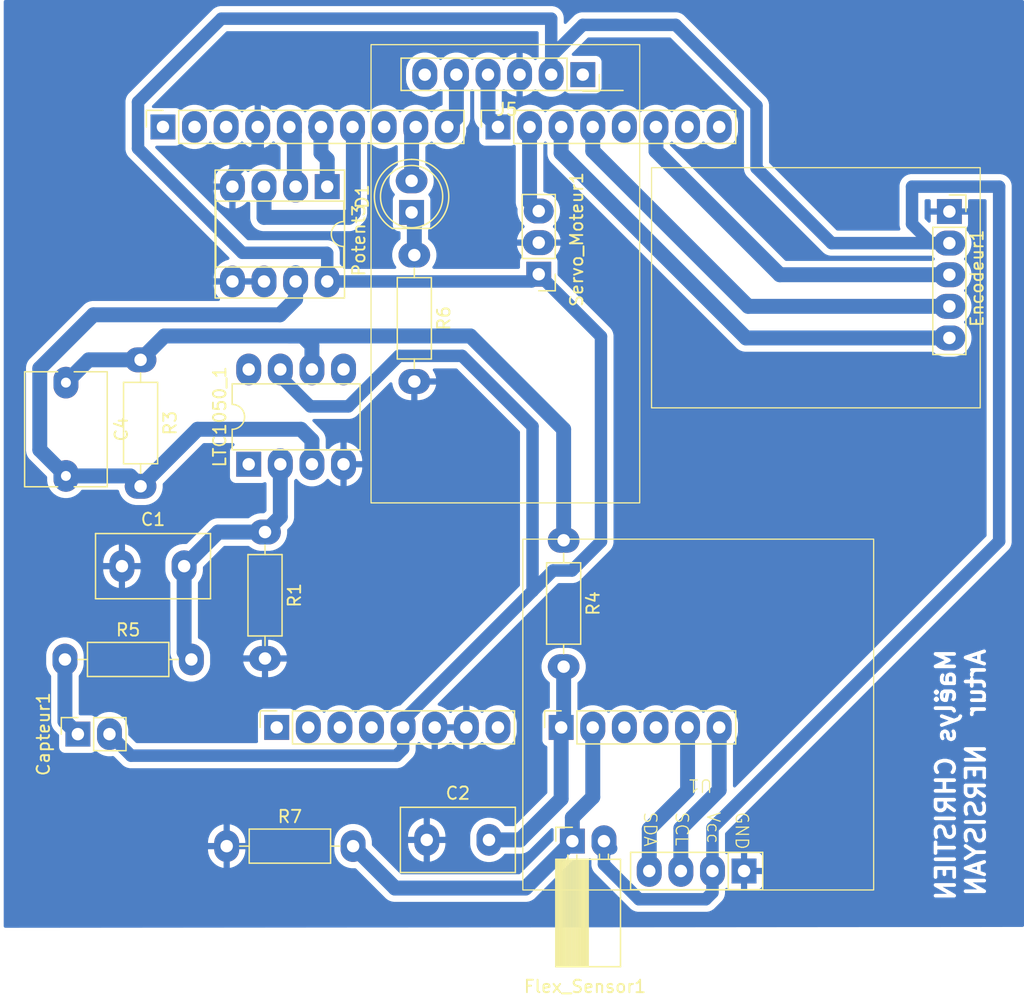
<source format=kicad_pcb>
(kicad_pcb (version 20241229) (generator "pcbnew") (generator_version "9.0")
  (title_block (date "mar. 31 mars 2015"))
  (layers (0 "F.Cu" signal) (2 "B.Cu" signal) (13 "F.Paste" user) (15 "B.Paste" user) (5 "F.SilkS" user "F.Silkscreen") (7 "B.SilkS" user "B.Silkscreen") (1 "F.Mask" user) (3 "B.Mask" user) (25 "Edge.Cuts" user))
  (net 0 "")
  (net 1 "GND")
  (net 3 "+5V")
  (net 4 "/IOREF")
  (net 5 "Net-(LTC1050_1--)")
  (net 6 "R2")
  (net 7 "/A2")
  (net 8 "/A3")
  (net 9 "DATA")
  (net 10 "SI")
  (net 11 "SCL")
  (net 12 "/*10")
  (net 13 "/AREF")
  (net 14 "SCK")
  (net 15 "CS")
  (net 16 "A4")
  (net 17 "RXD")
  (net 18 "/*9")
  (net 19 "A1")
  (net 20 "CLK")
  (net 21 "/*6")
  (net 22 "TXD")
  (net 23 "/TX{slash}1")
  (net 24 "/*3")
  (net 25 "/RX{slash}0")
  (net 26 "+3V3")
  (net 27 "VCC")
  (net 28 "/~{RESET}")
  (net 29 "AmpliOut")
  (net 30 "Net-(C4-Pad1)")
  (net 31 "SW")
  (net 34 "Net-(D1-K)")
  (net 35 "Net-(Capteur1-Pin_1)")
  (footprint "Connector_PinSocket_2.54mm:PinSocket_1x08_P2.54mm_Vertical" (layer "F.Cu") (at 127.94 97.46 90)
    (property "Reference" "J1" (hide yes))
    (property "Value" "Power")
    (fp_line (start 1.33 -1.33) (end 1.33 0) (stroke (width 0.12)) (layer "F.SilkS"))
    (fp_line (start 0 -1.33) (end 1.33 -1.33) (stroke (width 0.12)) (layer "F.SilkS"))
    (fp_line (start 1.33 1.27) (end 1.33 19.11) (stroke (width 0.12)) (layer "F.SilkS"))
    (fp_line (start -1.33 1.27) (end 1.33 1.27) (stroke (width 0.12)) (layer "F.SilkS"))
    (fp_line (start -1.33 1.27) (end -1.33 19.11) (stroke (width 0.12)) (layer "F.SilkS"))
    (fp_line (start -1.33 19.11) (end 1.33 19.11) (stroke (width 0.12)) (layer "F.SilkS"))
    (pad "1" thru_hole rect (at 0 0 90) (size 2 2) (drill 1) (layers "*.Cu" "*.Mask"))
    (pad "2" thru_hole oval (at 0 2.54 90) (size 2.54 2) (drill 1) (layers "*.Cu" "*.Mask") (net 4 "/IOREF"))
    (pad "3" thru_hole oval (at 0 5.08 90) (size 2.54 2) (drill 1) (layers "*.Cu" "*.Mask") (net 28 "/~{RESET}"))
    (pad "4" thru_hole oval (at 0 7.62 90) (size 2.54 2) (drill 1) (layers "*.Cu" "*.Mask") (net 26 "+3V3"))
    (pad "5" thru_hole oval (at 0 10.16 90) (size 2.54 2) (drill 1) (layers "*.Cu" "*.Mask") (net 3 "+5V"))
    (pad "6" thru_hole oval (at 0 12.7 90) (size 2.54 2) (drill 1) (layers "*.Cu" "*.Mask") (net 1 "GND"))
    (pad "7" thru_hole oval (at 0 15.24 90) (size 2.54 2) (drill 1) (layers "*.Cu" "*.Mask") (net 1 "GND"))
    (pad "8" thru_hole oval (at 0 17.78 90) (size 2.54 2) (drill 1) (layers "*.Cu" "*.Mask") (net 27 "VCC"))
  )
  (footprint "Connector_PinSocket_2.54mm:PinSocket_1x06_P2.54mm_Vertical" (layer "F.Cu") (at 150.8 97.46 90)
    (property "Reference" "J3" (hide yes))
    (property "Value" "Analog")
    (fp_line (start 1.33 -1.33) (end 1.33 0) (stroke (width 0.12)) (layer "F.SilkS"))
    (fp_line (start 0 -1.33) (end 1.33 -1.33) (stroke (width 0.12)) (layer "F.SilkS"))
    (fp_line (start 1.33 1.27) (end 1.33 14.03) (stroke (width 0.12)) (layer "F.SilkS"))
    (fp_line (start -1.33 1.27) (end 1.33 1.27) (stroke (width 0.12)) (layer "F.SilkS"))
    (fp_line (start -1.33 1.27) (end -1.33 14.03) (stroke (width 0.12)) (layer "F.SilkS"))
    (fp_line (start -1.33 14.03) (end 1.33 14.03) (stroke (width 0.12)) (layer "F.SilkS"))
    (pad "1" thru_hole rect (at 0 0 90) (size 2 2) (drill 1) (layers "*.Cu" "*.Mask") (net 29 "AmpliOut"))
    (pad "2" thru_hole oval (at 0 2.54 90) (size 2.54 2) (drill 1) (layers "*.Cu" "*.Mask") (net 19 "A1"))
    (pad "3" thru_hole oval (at 0 5.08 90) (size 2.54 2) (drill 1) (layers "*.Cu" "*.Mask") (net 7 "/A2"))
    (pad "4" thru_hole oval (at 0 7.62 90) (size 2.54 2) (drill 1) (layers "*.Cu" "*.Mask") (net 8 "/A3"))
    (pad "5" thru_hole oval (at 0 10.16 90) (size 2.54 2) (drill 1) (layers "*.Cu" "*.Mask") (net 16 "A4"))
    (pad "6" thru_hole oval (at 0 12.7 90) (size 2.54 2) (drill 1) (layers "*.Cu" "*.Mask") (net 11 "SCL"))
  )
  (footprint "Connector_PinSocket_2.54mm:PinSocket_1x10_P2.54mm_Vertical" (layer "F.Cu") (at 118.796 49.2 90)
    (property "Reference" "J2" (hide yes))
    (property "Value" "Digital/PWM")
    (fp_line (start 1.33 -1.33) (end 1.33 0) (stroke (width 0.12)) (layer "F.SilkS"))
    (fp_line (start 0 -1.33) (end 1.33 -1.33) (stroke (width 0.12)) (layer "F.SilkS"))
    (fp_line (start 1.33 1.27) (end 1.33 24.19) (stroke (width 0.12)) (layer "F.SilkS"))
    (fp_line (start -1.33 1.27) (end 1.33 1.27) (stroke (width 0.12)) (layer "F.SilkS"))
    (fp_line (start -1.33 1.27) (end -1.33 24.19) (stroke (width 0.12)) (layer "F.SilkS"))
    (fp_line (start -1.33 24.19) (end 1.33 24.19) (stroke (width 0.12)) (layer "F.SilkS"))
    (pad "1" thru_hole rect (at 0 0 90) (size 2 2) (drill 1) (layers "*.Cu" "*.Mask") (net 11 "SCL"))
    (pad "2" thru_hole oval (at 0 2.54 90) (size 2.54 2) (drill 1) (layers "*.Cu" "*.Mask") (net 16 "A4"))
    (pad "3" thru_hole oval (at 0 5.08 90) (size 2.54 2) (drill 1) (layers "*.Cu" "*.Mask") (net 13 "/AREF"))
    (pad "4" thru_hole oval (at 0 7.62 90) (size 2.54 2) (drill 1) (layers "*.Cu" "*.Mask") (net 1 "GND"))
    (pad "5" thru_hole oval (at 0 10.16 90) (size 2.54 2) (drill 1) (layers "*.Cu" "*.Mask") (net 14 "SCK"))
    (pad "6" thru_hole oval (at 0 12.7 90) (size 2.54 2) (drill 1) (layers "*.Cu" "*.Mask") (net 15 "CS"))
    (pad "7" thru_hole oval (at 0 15.24 90) (size 2.54 2) (drill 1) (layers "*.Cu" "*.Mask") (net 10 "SI"))
    (pad "8" thru_hole oval (at 0 17.78 90) (size 2.54 2) (drill 1) (layers "*.Cu" "*.Mask") (net 12 "/*10"))
    (pad "9" thru_hole oval (at 0 20.32 90) (size 2.54 2) (drill 1) (layers "*.Cu" "*.Mask") (net 18 "/*9"))
    (pad "10" thru_hole oval (at 0 22.86 90) (size 2.54 2) (drill 1) (layers "*.Cu" "*.Mask") (net 17 "RXD"))
  )
  (footprint "Connector_PinSocket_2.54mm:PinSocket_1x08_P2.54mm_Vertical" (layer "F.Cu") (at 145.72 49.2 90)
    (property "Reference" "J4" (hide yes))
    (property "Value" "Digital/PWM")
    (fp_line (start 1.33 -1.33) (end 1.33 0) (stroke (width 0.12)) (layer "F.SilkS"))
    (fp_line (start 0 -1.33) (end 1.33 -1.33) (stroke (width 0.12)) (layer "F.SilkS"))
    (fp_line (start 1.33 1.27) (end 1.33 19.11) (stroke (width 0.12)) (layer "F.SilkS"))
    (fp_line (start -1.33 1.27) (end 1.33 1.27) (stroke (width 0.12)) (layer "F.SilkS"))
    (fp_line (start -1.33 1.27) (end -1.33 19.11) (stroke (width 0.12)) (layer "F.SilkS"))
    (fp_line (start -1.33 19.11) (end 1.33 19.11) (stroke (width 0.12)) (layer "F.SilkS"))
    (pad "1" thru_hole rect (at 0 0 90) (size 2 2) (drill 1) (layers "*.Cu" "*.Mask") (net 22 "TXD"))
    (pad "2" thru_hole oval (at 0 2.54 90) (size 2.54 2) (drill 1) (layers "*.Cu" "*.Mask") (net 21 "/*6"))
    (pad "3" thru_hole oval (at 0 5.08 90) (size 2.54 2) (drill 1) (layers "*.Cu" "*.Mask") (net 31 "SW"))
    (pad "4" thru_hole oval (at 0 7.62 90) (size 2.54 2) (drill 1) (layers "*.Cu" "*.Mask") (net 9 "DATA"))
    (pad "5" thru_hole oval (at 0 10.16 90) (size 2.54 2) (drill 1) (layers "*.Cu" "*.Mask") (net 24 "/*3"))
    (pad "6" thru_hole oval (at 0 12.7 90) (size 2.54 2) (drill 1) (layers "*.Cu" "*.Mask") (net 20 "CLK"))
    (pad "7" thru_hole oval (at 0 15.24 90) (size 2.54 2) (drill 1) (layers "*.Cu" "*.Mask") (net 23 "/TX{slash}1"))
    (pad "8" thru_hole oval (at 0 17.78 90) (size 2.54 2) (drill 1) (layers "*.Cu" "*.Mask") (net 25 "/RX{slash}0"))
  )
  (footprint "Resistor_THT:R_Axial_DIN0207_L6.3mm_D2.5mm_P10.16mm_Horizontal" (layer "F.Cu") (at 117 67.92 -90)
    (property "Reference" "R3" (at 5.08 -2.37 90) (layer "F.SilkS"))
    (property "Value" "100k")
    (fp_line (start 1.81 1.37) (end 8.35 1.37) (stroke (width 0.12)) (layer "F.SilkS"))
    (fp_line (start 8.35 1.37) (end 8.35 -1.37) (stroke (width 0.12)) (layer "F.SilkS"))
    (fp_line (start 1.04 0) (end 1.81 0) (stroke (width 0.12)) (layer "F.SilkS"))
    (fp_line (start 9.12 0) (end 8.35 0) (stroke (width 0.12)) (layer "F.SilkS"))
    (fp_line (start 1.81 -1.37) (end 1.81 1.37) (stroke (width 0.12)) (layer "F.SilkS"))
    (fp_line (start 8.35 -1.37) (end 1.81 -1.37) (stroke (width 0.12)) (layer "F.SilkS"))
    (pad "1" thru_hole oval (at 0 0 270) (size 2 2.54) (drill 1) (layers "*.Cu" "*.Mask") (net 30 "Net-(C4-Pad1)"))
    (pad "2" thru_hole oval (at 10.16 0 270) (size 2 2.54) (drill 1) (layers "*.Cu" "*.Mask") (net 6 "R2"))
  )
  (footprint "Resistor_THT:R_Axial_DIN0207_L6.3mm_D2.5mm_P10.16mm_Horizontal" (layer "F.Cu") (at 110.92 92)
    (property "Reference" "R5" (at 5.08 -2.37 0) (layer "F.SilkS"))
    (property "Value" "10k")
    (fp_line (start 1.04 0) (end 1.81 0) (stroke (width 0.12)) (layer "F.SilkS"))
    (fp_line (start 1.81 -1.37) (end 1.81 1.37) (stroke (width 0.12)) (layer "F.SilkS"))
    (fp_line (start 1.81 1.37) (end 8.35 1.37) (stroke (width 0.12)) (layer "F.SilkS"))
    (fp_line (start 8.35 -1.37) (end 1.81 -1.37) (stroke (width 0.12)) (layer "F.SilkS"))
    (fp_line (start 8.35 1.37) (end 8.35 -1.37) (stroke (width 0.12)) (layer "F.SilkS"))
    (fp_line (start 9.12 0) (end 8.35 0) (stroke (width 0.12)) (layer "F.SilkS"))
    (pad "1" thru_hole oval (at 0 0) (size 2 2.54) (drill 1) (layers "*.Cu" "*.Mask") (net 35 "Net-(Capteur1-Pin_1)"))
    (pad "2" thru_hole oval (at 10.16 0) (size 2 2.54) (drill 1) (layers "*.Cu" "*.Mask") (net 5 "Net-(LTC1050_1--)"))
  )
  (footprint "projet_capteur_artur:potentiometre_digit" (layer "F.Cu") (at 132 54 -90)
    (property "Reference" "Potent3" (at 4.318 -2.54 90) (layer "F.SilkS"))
    (property "Value" "~" (hide yes))
    (fp_line (start 1.16 8.95) (end 6.46 8.95) (stroke (width 0.12)) (layer "F.SilkS"))
    (fp_line (start 6.46 8.95) (end 6.46 -1.33) (stroke (width 0.12)) (layer "F.SilkS"))
    (fp_line (start 1.16 -1.33) (end 1.16 8.95) (stroke (width 0.12)) (layer "F.SilkS"))
    (fp_line (start 2.81 -1.33) (end 1.16 -1.33) (stroke (width 0.12)) (layer "F.SilkS"))
    (fp_line (start 6.46 -1.33) (end 4.81 -1.33) (stroke (width 0.12)) (layer "F.SilkS"))
    (fp_rect (start -1.33 -1.39) (end 8.95 9.01) (stroke (width 0.12)) (fill no) (layer "F.SilkS"))
    (fp_arc (start 4.81 -1.33) (mid 3.81 -0.33) (end 2.81 -1.33) (stroke (width 0.12)) (layer "F.SilkS"))
    (pad "1" thru_hole rect (at 0 0 270) (size 2 2) (drill 1) (layers "*.Cu" "*.Mask") (net 15 "CS"))
    (pad "2" thru_hole oval (at 0 2.54 270) (size 2.54 2) (drill 1) (layers "*.Cu" "*.Mask") (net 14 "SCK"))
    (pad "3" thru_hole oval (at 0 5.08 270) (size 2.54 2) (drill 1) (layers "*.Cu" "*.Mask") (net 10 "SI"))
    (pad "4" thru_hole oval (at 0 7.62 270) (size 2.54 2) (drill 1) (layers "*.Cu" "*.Mask") (net 1 "GND"))
    (pad "5" thru_hole oval (at 7.62 7.62 270) (size 2.54 2) (drill 1) (layers "*.Cu" "*.Mask") (net 1 "GND"))
    (pad "6" thru_hole oval (at 7.62 5.08 270) (size 2.54 2) (drill 1) (layers "*.Cu" "*.Mask") (net 1 "GND"))
    (pad "7" thru_hole oval (at 7.62 2.54 270) (size 2.54 2) (drill 1) (layers "*.Cu" "*.Mask") (net 6 "R2"))
    (pad "8" thru_hole oval (at 7.62 0 270) (size 2.54 2) (drill 1) (layers "*.Cu" "*.Mask") (net 3 "+5V"))
  )
  (footprint "projet_capteur_artur:Encodeur" (layer "F.Cu") (at 181.94 61.11 -90)
    (property "Reference" "Encodeur1" (at 0.254 -2.286 90) (layer "F.SilkS"))
    (property "Value" "~" (hide yes))
    (fp_line (start -3.84 1.27) (end 6.38 1.27) (stroke (width 0.12)) (layer "F.SilkS"))
    (fp_line (start -3.84 1.27) (end -3.84 -1.39) (stroke (width 0.12)) (layer "F.SilkS"))
    (fp_line (start 6.38 1.27) (end 6.38 -1.39) (stroke (width 0.12)) (layer "F.SilkS"))
    (fp_line (start -6.44 -0.06) (end -6.44 -1.39) (stroke (width 0.12)) (layer "F.SilkS"))
    (fp_line (start -6.44 -1.39) (end -5.11 -1.39) (stroke (width 0.12)) (layer "F.SilkS"))
    (fp_line (start -3.84 -1.39) (end 6.38 -1.39) (stroke (width 0.12)) (layer "F.SilkS"))
    (fp_rect (start -8.636 -2.54) (end 10.668 23.876) (stroke (width 0.1)) (fill no) (layer "F.SilkS"))
    (pad "1" thru_hole rect (at -5.11 -0.06) (size 2 2) (drill 1) (layers "*.Cu" "*.Mask") (net 1 "GND"))
    (pad "2" thru_hole oval (at -2.57 -0.06) (size 2.54 2) (drill 1) (layers "*.Cu" "*.Mask") (net 3 "+5V"))
    (pad "3" thru_hole oval (at -0.03 -0.06) (size 2.54 2) (drill 1) (layers "*.Cu" "*.Mask") (net 20 "CLK"))
    (pad "4" thru_hole oval (at 2.51 -0.06) (size 2.54 2) (drill 1) (layers "*.Cu" "*.Mask") (net 9 "DATA"))
    (pad "5" thru_hole oval (at 5.05 -0.06) (size 2.54 2) (drill 1) (layers "*.Cu" "*.Mask") (net 31 "SW"))
  )
  (footprint "Resistor_THT:R_Axial_DIN0207_L6.3mm_D2.5mm_P10.16mm_Horizontal" (layer "F.Cu") (at 123.92 107)
    (property "Reference" "R7" (at 5.08 -2.37 0) (layer "F.SilkS"))
    (property "Value" "10k")
    (fp_line (start 1.04 0) (end 1.81 0) (stroke (width 0.12)) (layer "F.SilkS"))
    (fp_line (start 1.81 -1.37) (end 1.81 1.37) (stroke (width 0.12)) (layer "F.SilkS"))
    (fp_line (start 1.81 1.37) (end 8.35 1.37) (stroke (width 0.12)) (layer "F.SilkS"))
    (fp_line (start 8.35 -1.37) (end 1.81 -1.37) (stroke (width 0.12)) (layer "F.SilkS"))
    (fp_line (start 8.35 1.37) (end 8.35 -1.37) (stroke (width 0.12)) (layer "F.SilkS"))
    (fp_line (start 9.12 0) (end 8.35 0) (stroke (width 0.12)) (layer "F.SilkS"))
    (pad "1" thru_hole oval (at 0 0) (size 2 2.54) (drill 1) (layers "*.Cu" "*.Mask") (net 1 "GND"))
    (pad "2" thru_hole oval (at 10.16 0) (size 2 2.54) (drill 1) (layers "*.Cu" "*.Mask") (net 19 "A1"))
  )
  (footprint "Capacitor_THT:C_Rect_L9.0mm_W6.4mm_P7.50mm_MKT" (layer "F.Cu") (at 111 69.75 -90)
    (property "Reference" "C4" (at 3.75 -4.45 90) (layer "F.SilkS"))
    (property "Value" "1µ")
    (fp_line (start -0.87 3.32) (end 8.37 3.32) (stroke (width 0.12)) (layer "F.SilkS"))
    (fp_line (start -0.87 0.665) (end -0.87 3.32) (stroke (width 0.12)) (layer "F.SilkS"))
    (fp_line (start 8.37 0.665) (end 8.37 3.32) (stroke (width 0.12)) (layer "F.SilkS"))
    (fp_line (start -0.87 -3.32) (end -0.87 -0.665) (stroke (width 0.12)) (layer "F.SilkS"))
    (fp_line (start -0.87 -3.32) (end 8.37 -3.32) (stroke (width 0.12)) (layer "F.SilkS"))
    (fp_line (start 8.37 -3.32) (end 8.37 -0.665) (stroke (width 0.12)) (layer "F.SilkS"))
    (pad "1" thru_hole oval (at 0 0 270) (size 2.54 2) (drill 0.8) (layers "*.Cu" "*.Mask") (net 30 "Net-(C4-Pad1)"))
    (pad "2" thru_hole oval (at 7.5 0 270) (size 2.54 2) (drill 0.8) (layers "*.Cu" "*.Mask") (net 6 "R2"))
  )
  (footprint "LED_THT:LED_D5.0mm" (layer "F.Cu") (at 138.78 56.07 90)
    (property "Reference" "D1" (at 1.27 -3.96 90) (layer "F.SilkS"))
    (property "Value" "LED")
    (fp_line (start -1.29 -1.545) (end -1.29 1.545) (stroke (width 0.12)) (layer "F.SilkS"))
    (fp_arc (start -1.29 -1.54483) (mid 2.071756 -2.880501) (end 4.26 -0.000048) (stroke (width 0.12)) (layer "F.SilkS"))
    (fp_arc (start 4.26 0.000048) (mid 2.071756 2.880501) (end -1.29 1.54483) (stroke (width 0.12)) (layer "F.SilkS"))
    (fp_circle (center 1.27 0) (end 3.77 0) (stroke (width 0.12)) (fill no) (layer "F.SilkS"))
    (pad "1" thru_hole rect (at 0 0 90) (size 2 2) (drill 1) (layers "*.Cu" "*.Mask") (net 34 "Net-(D1-K)"))
    (pad "2" thru_hole oval (at 2.54 0 90) (size 2 2.54) (drill 1) (layers "*.Cu" "*.Mask") (net 18 "/*9"))
  )
  (footprint "projet_capteur_artur:servo" (layer "F.Cu") (at 149 58.5 90)
    (property "Reference" "Servo_Moteur1" (at 0.254 3.048 90) (layer "F.SilkS"))
    (property "Value" "~" (hide yes))
    (fp_line (start -1.27 -1.33) (end 3.87 -1.33) (stroke (width 0.12)) (layer "F.SilkS"))
    (fp_line (start 3.87 1.33) (end 3.87 -1.33) (stroke (width 0.12)) (layer "F.SilkS"))
    (fp_line (start -1.27 1.33) (end -1.27 -1.33) (stroke (width 0.12)) (layer "F.SilkS"))
    (fp_line (start -1.27 1.33) (end 3.87 1.33) (stroke (width 0.12)) (layer "F.SilkS"))
    (fp_line (start -2.54 1.33) (end -3.87 1.33) (stroke (width 0.12)) (layer "F.SilkS"))
    (fp_line (start -3.87 1.33) (end -3.87 0) (stroke (width 0.12)) (layer "F.SilkS"))
    (pad "1" thru_hole rect (at -2.54 0 180) (size 2 2) (drill 1) (layers "*.Cu" "*.Mask") (net 3 "+5V"))
    (pad "2" thru_hole oval (at 0 0 180) (size 2.54 2) (drill 1) (layers "*.Cu" "*.Mask") (net 1 "GND"))
    (pad "3" thru_hole oval (at 2.54 0 180) (size 2.4 2) (drill 1) (layers "*.Cu" "*.Mask") (net 21 "/*6"))
  )
  (footprint "Package_DIP:DIP-8_W7.62mm" (layer "F.Cu") (at 125.69 76.31 90)
    (property "Reference" "LTC1050_1" (at 3.81 -2.33 90) (layer "F.SilkS"))
    (property "Value" "LTC1050")
    (fp_line (start 6.46 -1.33) (end 4.81 -1.33) (stroke (width 0.12)) (layer "F.SilkS"))
    (fp_line (start 2.81 -1.33) (end 1.16 -1.33) (stroke (width 0.12)) (layer "F.SilkS"))
    (fp_line (start 1.16 -1.33) (end 1.16 8.95) (stroke (width 0.12)) (layer "F.SilkS"))
    (fp_line (start 6.46 8.95) (end 6.46 -1.33) (stroke (width 0.12)) (layer "F.SilkS"))
    (fp_line (start 1.16 8.95) (end 6.46 8.95) (stroke (width 0.12)) (layer "F.SilkS"))
    (fp_arc (start 4.81 -1.33) (mid 3.81 -0.33) (end 2.81 -1.33) (stroke (width 0.12)) (layer "F.SilkS"))
    (pad "1" thru_hole rect (at 0 0 90) (size 2 2) (drill 1) (layers "*.Cu" "*.Mask"))
    (pad "2" thru_hole oval (at 0 2.54 90) (size 2.54 2) (drill 1) (layers "*.Cu" "*.Mask") (net 5 "Net-(LTC1050_1--)"))
    (pad "3" thru_hole oval (at 0 5.08 90) (size 2.54 2) (drill 1) (layers "*.Cu" "*.Mask") (net 6 "R2"))
    (pad "4" thru_hole oval (at 0 7.62 90) (size 2.54 2) (drill 1) (layers "*.Cu" "*.Mask") (net 1 "GND"))
    (pad "5" thru_hole oval (at 7.62 7.62 90) (size 2.54 2) (drill 1) (layers "*.Cu" "*.Mask"))
    (pad "6" thru_hole oval (at 7.62 5.08 90) (size 2.54 2) (drill 1) (layers "*.Cu" "*.Mask") (net 30 "Net-(C4-Pad1)"))
    (pad "7" thru_hole oval (at 7.62 2.54 90) (size 2.54 2) (drill 1) (layers "*.Cu" "*.Mask") (net 3 "+5V"))
    (pad "8" thru_hole oval (at 7.62 0 90) (size 2.54 2) (drill 1) (layers "*.Cu" "*.Mask"))
  )
  (footprint "Capacitor_THT:C_Disc_D9.0mm_W5.0mm_P5.00mm" (layer "F.Cu") (at 115.5 84.5)
    (property "Reference" "C1" (at 2.5 -3.75 0) (layer "F.SilkS"))
    (property "Value" "100n")
    (fp_line (start -2.12 -2.62) (end -2.12 2.62) (stroke (width 0.12)) (layer "F.SilkS"))
    (fp_line (start -2.12 -2.62) (end 7.12 -2.62) (stroke (width 0.12)) (layer "F.SilkS"))
    (fp_line (start -2.12 2.62) (end 7.12 2.62) (stroke (width 0.12)) (layer "F.SilkS"))
    (fp_line (start 7.12 -2.62) (end 7.12 2.62) (stroke (width 0.12)) (layer "F.SilkS"))
    (pad "1" thru_hole oval (at 0 0) (size 2 2.54) (drill 1) (layers "*.Cu" "*.Mask") (net 1 "GND"))
    (pad "2" thru_hole oval (at 5 0) (size 2 2.54) (drill 1) (layers "*.Cu" "*.Mask") (net 5 "Net-(LTC1050_1--)"))
  )
  (footprint "Resistor_THT:R_Axial_DIN0207_L6.3mm_D2.5mm_P10.16mm_Horizontal" (layer "F.Cu") (at 151 82.42 -90)
    (property "Reference" "R4" (at 5.08 -2.37 90) (layer "F.SilkS"))
    (property "Value" "1k")
    (fp_line (start 1.81 1.37) (end 8.35 1.37) (stroke (width 0.12)) (layer "F.SilkS"))
    (fp_line (start 8.35 1.37) (end 8.35 -1.37) (stroke (width 0.12)) (layer "F.SilkS"))
    (fp_line (start 1.04 0) (end 1.81 0) (stroke (width 0.12)) (layer "F.SilkS"))
    (fp_line (start 9.12 0) (end 8.35 0) (stroke (width 0.12)) (layer "F.SilkS"))
    (fp_line (start 1.81 -1.37) (end 1.81 1.37) (stroke (width 0.12)) (layer "F.SilkS"))
    (fp_line (start 8.35 -1.37) (end 1.81 -1.37) (stroke (width 0.12)) (layer "F.SilkS"))
    (pad "1" thru_hole oval (at 0 0 270) (size 2 2.54) (drill 1) (layers "*.Cu" "*.Mask") (net 30 "Net-(C4-Pad1)"))
    (pad "2" thru_hole oval (at 10.16 0 270) (size 2 2.54) (drill 1) (layers "*.Cu" "*.Mask") (net 29 "AmpliOut"))
  )
  (footprint "Connector_PinSocket_2.54mm:PinSocket_1x02_P2.54mm_Vertical" (layer "F.Cu") (at 111.96 98 90)
    (property "Reference" "Capteur1" (at 0 -2.77 90) (layer "F.SilkS"))
    (property "Value" "Conn_01x02")
    (fp_line (start 1.33 -1.33) (end 1.33 0) (stroke (width 0.12)) (layer "F.SilkS"))
    (fp_line (start 0 -1.33) (end 1.33 -1.33) (stroke (width 0.12)) (layer "F.SilkS"))
    (fp_line (start 1.33 1.27) (end 1.33 3.87) (stroke (width 0.12)) (layer "F.SilkS"))
    (fp_line (start -1.33 1.27) (end 1.33 1.27) (stroke (width 0.12)) (layer "F.SilkS"))
    (fp_line (start -1.33 1.27) (end -1.33 3.87) (stroke (width 0.12)) (layer "F.SilkS"))
    (fp_line (start -1.33 3.87) (end 1.33 3.87) (stroke (width 0.12)) (layer "F.SilkS"))
    (pad "1" thru_hole rect (at 0 0 90) (size 2 2) (drill 1) (layers "*.Cu" "*.Mask") (net 35 "Net-(Capteur1-Pin_1)"))
    (pad "2" thru_hole oval (at 0 2.54 90) (size 2.54 2) (drill 1) (layers "*.Cu" "*.Mask") (net 3 "+5V"))
  )
  (footprint "projet_capteur_artur:HC-05_footprint" (layer "F.Cu") (at 152.54 45 -90)
    (property "Reference" "J5" (at 2.794 6.096 0) (layer "F.SilkS"))
    (property "Value" "HC-05" (hide yes))
    (fp_line (start -1.33 14.605) (end 1.27 14.605) (stroke (width 0.12)) (layer "F.SilkS"))
    (fp_line (start -1.33 1.27) (end -1.33 14.605) (stroke (width 0.12)) (layer "F.SilkS"))
    (fp_line (start -1.33 1.27) (end 1.33 1.27) (stroke (width 0.12)) (layer "F.SilkS"))
    (fp_line (start 0 -1.33) (end 1.33 -1.33) (stroke (width 0.12)) (layer "F.SilkS"))
    (fp_line (start 1.33 -1.33) (end 1.33 0) (stroke (width 0.12)) (layer "F.SilkS"))
    (fp_line (start 1.27 -3.235) (end 1.27 14.605) (stroke (width 0.12)) (layer "F.SilkS"))
    (fp_rect (start -2.413 -4.572) (end 34.417 17.018) (stroke (width 0.1)) (fill no) (layer "F.SilkS"))
    (pad "1" thru_hole rect (at 0 0 270) (size 2 2) (drill 1) (layers "*.Cu" "*.Mask"))
    (pad "2" thru_hole oval (at 0 2.54 270) (size 2.54 2) (drill 1) (layers "*.Cu" "*.Mask") (net 3 "+5V"))
    (pad "3" thru_hole oval (at 0 5.08 270) (size 2.54 2) (drill 1) (layers "*.Cu" "*.Mask") (net 1 "GND"))
    (pad "4" thru_hole oval (at 0 7.62 270) (size 2.54 2) (drill 1) (layers "*.Cu" "*.Mask") (net 22 "TXD"))
    (pad "5" thru_hole oval (at 0 10.16 270) (size 2.54 2) (drill 1) (layers "*.Cu" "*.Mask") (net 17 "RXD"))
    (pad "6" thru_hole oval (at 0 12.7 270) (size 2.54 2) (drill 1) (layers "*.Cu" "*.Mask"))
  )
  (footprint "projet_capteur_artur:OLED1306" (layer "F.Cu") (at 162.22 98.33 180)
    (property "Reference" "U1" (at 0.254 -3.81 180) (layer "F.SilkS") (effects (font (thickness 0.1))))
    (property "Value" "~" (hide yes))
    (fp_line (start 5.84 -9.17) (end -4.78 -9.17) (stroke (width 0.12)) (layer "F.SilkS"))
    (fp_line (start 5.84 -12.17) (end 5.84 -9.17) (stroke (width 0.12)) (layer "F.SilkS"))
    (fp_line (start -2.01 -12.17) (end -2.01 -9.17) (stroke (width 0.12)) (layer "F.SilkS"))
    (fp_line (start -4.78 -9.17) (end -4.78 -12.17) (stroke (width 0.12)) (layer "F.SilkS"))
    (fp_line (start -4.78 -12.17) (end 5.84 -12.17) (stroke (width 0.12)) (layer "F.SilkS"))
    (fp_rect (start -13.694 -12.194) (end 14.5 16) (stroke (width 0.1)) (fill no) (layer "F.SilkS"))
    (fp_text user "SCL" (at 2.308 -5.844 270) (layer "F.SilkS") (effects (font (thickness 0.1)) (justify left bottom)))
    (fp_text user "Vcc" (at -0.232 -5.844 270) (layer "F.SilkS") (effects (font (thickness 0.1)) (justify left bottom)))
    (fp_text user "GND" (at -2.518 -5.844 270) (layer "F.SilkS") (effects (font (thickness 0.1)) (justify left bottom)))
    (fp_text user "SDA" (at 4.848 -5.844 270) (layer "F.SilkS") (effects (font (thickness 0.1)) (justify left bottom)))
    (pad "1" thru_hole rect (at -3.28 -10.67 180) (size 2 2) (drill 1) (layers "*.Cu" "*.Mask") (net 1 "GND"))
    (pad "2" thru_hole oval (at -0.74 -10.67 180) (size 2 2.54) (drill 1) (layers "*.Cu" "*.Mask") (net 3 "+5V"))
    (pad "3" thru_hole oval (at 1.8 -10.67 180) (size 2 2.54) (drill 1) (layers "*.Cu" "*.Mask") (net 11 "SCL"))
    (pad "4" thru_hole oval (at 4.34 -10.67 180) (size 2 2.54) (drill 1) (layers "*.Cu" "*.Mask") (net 16 "A4"))
  )
  (footprint "Resistor_THT:R_Axial_DIN0207_L6.3mm_D2.5mm_P10.16mm_Horizontal" (layer "F.Cu") (at 127 81.76 -90)
    (property "Reference" "R1" (at 5.08 -2.37 90) (layer "F.SilkS"))
    (property "Value" "100k")
    (fp_line (start 1.81 1.37) (end 8.35 1.37) (stroke (width 0.12)) (layer "F.SilkS"))
    (fp_line (start 8.35 1.37) (end 8.35 -1.37) (stroke (width 0.12)) (layer "F.SilkS"))
    (fp_line (start 1.04 0) (end 1.81 0) (stroke (width 0.12)) (layer "F.SilkS"))
    (fp_line (start 9.12 0) (end 8.35 0) (stroke (width 0.12)) (layer "F.SilkS"))
    (fp_line (start 1.81 -1.37) (end 1.81 1.37) (stroke (width 0.12)) (layer "F.SilkS"))
    (fp_line (start 8.35 -1.37) (end 1.81 -1.37) (stroke (width 0.12)) (layer "F.SilkS"))
    (pad "1" thru_hole oval (at 0 0 270) (size 2 2.54) (drill 1) (layers "*.Cu" "*.Mask") (net 5 "Net-(LTC1050_1--)"))
    (pad "2" thru_hole oval (at 10.16 0 270) (size 2 2.54) (drill 1) (layers "*.Cu" "*.Mask") (net 1 "GND"))
  )
  (footprint "projet_capteur_artur:flex_sensor" (layer "F.Cu") (at 151.7 106.6 90)
    (property "Reference" "Flex_Sensor1" (at -11.684 1.016 0) (layer "F.SilkS"))
    (property "Value" "~" (hide yes))
    (fp_line (start 1.11 -1.33) (end 1.11 0) (stroke (width 0.12)) (layer "F.SilkS"))
    (fp_line (start 0 -1.33) (end 1.11 -1.33) (stroke (width 0.12)) (layer "F.SilkS"))
    (fp_line (start -1.46 -1.33) (end -1.46 3.87) (stroke (width 0.12)) (layer "F.SilkS"))
    (fp_line (start -10.09 -1.33) (end -1.46 -1.33) (stroke (width 0.12)) (layer "F.SilkS"))
    (fp_line (start -10.09 -1.33) (end -10.09 3.87) (stroke (width 0.12)) (layer "F.SilkS"))
    (fp_line (start -10.09 -1.21) (end -1.46 -1.21) (stroke (width 0.12)) (layer "F.SilkS"))
    (fp_line (start -10.09 -1.091905) (end -1.46 -1.091905) (stroke (width 0.12)) (layer "F.SilkS"))
    (fp_line (start -10.09 -0.97381) (end -1.46 -0.97381) (stroke (width 0.12)) (layer "F.SilkS"))
    (fp_line (start -10.09 -0.855715) (end -1.46 -0.855715) (stroke (width 0.12)) (layer "F.SilkS"))
    (fp_line (start -10.09 -0.73762) (end -1.46 -0.73762) (stroke (width 0.12)) (layer "F.SilkS"))
    (fp_line (start -10.09 -0.619525) (end -1.46 -0.619525) (stroke (width 0.12)) (layer "F.SilkS"))
    (fp_line (start -10.09 -0.50143) (end -1.46 -0.50143) (stroke (width 0.12)) (layer "F.SilkS"))
    (fp_line (start -10.09 -0.383335) (end -1.46 -0.383335) (stroke (width 0.12)) (layer "F.SilkS"))
    (fp_line (start -1.46 -0.36) (end -1.11 -0.36) (stroke (width 0.12)) (layer "F.SilkS"))
    (fp_line (start -10.09 -0.26524) (end -1.46 -0.26524) (stroke (width 0.12)) (layer "F.SilkS"))
    (fp_line (start -10.09 -0.147145) (end -1.46 -0.147145) (stroke (width 0.12)) (layer "F.SilkS"))
    (fp_line (start -10.09 -0.02905) (end -1.46 -0.02905) (stroke (width 0.12)) (layer "F.SilkS"))
    (fp_line (start -10.09 0.089045) (end -1.46 0.089045) (stroke (width 0.12)) (layer "F.SilkS"))
    (fp_line (start -10.09 0.20714) (end -1.46 0.20714) (stroke (width 0.12)) (layer "F.SilkS"))
    (fp_line (start -10.09 0.325235) (end -1.46 0.325235) (stroke (width 0.12)) (layer "F.SilkS"))
    (fp_line (start -1.46 0.36) (end -1.11 0.36) (stroke (width 0.12)) (layer "F.SilkS"))
    (fp_line (start -10.09 0.44333) (end -1.46 0.44333) (stroke (width 0.12)) (layer "F.SilkS"))
    (fp_line (start -10.09 0.561425) (end -1.46 0.561425) (stroke (width 0.12)) (layer "F.SilkS"))
    (fp_line (start -10.09 0.67952) (end -1.46 0.67952) (stroke (width 0.12)) (layer "F.SilkS"))
    (fp_line (start -10.09 0.797615) (end -1.46 0.797615) (stroke (width 0.12)) (layer "F.SilkS"))
    (fp_line (start -10.09 0.91571) (end -1.46 0.91571) (stroke (width 0.12)) (layer "F.SilkS"))
    (fp_line (start -10.09 1.033805) (end -1.46 1.033805) (stroke (width 0.12)) (layer "F.SilkS"))
    (fp_line (start -10.09 1.1519) (end -1.46 1.1519) (stroke (width 0.12)) (layer "F.SilkS"))
    (fp_line (start -10.09 1.27) (end -1.46 1.27) (stroke (width 0.12)) (layer "F.SilkS"))
    (fp_line (start -1.46 2.18) (end -1.05 2.18) (stroke (width 0.12)) (layer "F.SilkS"))
    (fp_line (start -1.46 2.9) (end -1.05 2.9) (stroke (width 0.12)) (layer "F.SilkS"))
    (fp_line (start -10.09 3.87) (end -1.46 3.87) (stroke (width 0.12)) (layer "F.SilkS"))
    (pad "1" thru_hole rect (at 0 0 90) (size 2 2) (drill 1) (layers "*.Cu" "*.Mask") (net 19 "A1"))
    (pad "2" thru_hole oval (at 0 2.54 90) (size 2.54 2) (drill 1) (layers "*.Cu" "*.Mask") (net 3 "+5V"))
  )
  (footprint "Capacitor_THT:C_Disc_D9.0mm_W5.0mm_P5.00mm" (layer "F.Cu") (at 140 106.5)
    (property "Reference" "C2" (at 2.5 -3.75 0) (layer "F.SilkS"))
    (property "Value" "100n")
    (fp_line (start -2.12 -2.62) (end -2.12 2.62) (stroke (width 0.12)) (layer "F.SilkS"))
    (fp_line (start -2.12 -2.62) (end 7.12 -2.62) (stroke (width 0.12)) (layer "F.SilkS"))
    (fp_line (start -2.12 2.62) (end 7.12 2.62) (stroke (width 0.12)) (layer "F.SilkS"))
    (fp_line (start 7.12 -2.62) (end 7.12 2.62) (stroke (width 0.12)) (layer "F.SilkS"))
    (pad "1" thru_hole oval (at 0 0) (size 2 2.54) (drill 1) (layers "*.Cu" "*.Mask") (net 1 "GND"))
    (pad "2" thru_hole oval (at 5 0) (size 2 2.54) (drill 1) (layers "*.Cu" "*.Mask") (net 29 "AmpliOut"))
  )
  (footprint "Resistor_THT:R_Axial_DIN0207_L6.3mm_D2.5mm_P10.16mm_Horizontal" (layer "F.Cu") (at 139 59.5 -90)
    (property "Reference" "R6" (at 5.08 -2.37 90) (layer "F.SilkS"))
    (property "Value" "320")
    (fp_line (start 1.81 1.37) (end 8.35 1.37) (stroke (width 0.12)) (layer "F.SilkS"))
    (fp_line (start 8.35 1.37) (end 8.35 -1.37) (stroke (width 0.12)) (layer "F.SilkS"))
    (fp_line (start 1.04 0) (end 1.81 0) (stroke (width 0.12)) (layer "F.SilkS"))
    (fp_line (start 9.12 0) (end 8.35 0) (stroke (width 0.12)) (layer "F.SilkS"))
    (fp_line (start 1.81 -1.37) (end 1.81 1.37) (stroke (width 0.12)) (layer "F.SilkS"))
    (fp_line (start 8.35 -1.37) (end 1.81 -1.37) (stroke (width 0.12)) (layer "F.SilkS"))
    (pad "1" thru_hole oval (at 0 0 270) (size 2 2.54) (drill 1) (layers "*.Cu" "*.Mask") (net 34 "Net-(D1-K)"))
    (pad "2" thru_hole oval (at 10.16 0 270) (size 2 2.54) (drill 1) (layers "*.Cu" "*.Mask") (net 1 "GND"))
  )
  (gr_text "Maëlys CHRISTIEN\nArtur  NERSISYAN" (at 185 91 90) (layer "B.Cu" knockout) (effects (font (size 1.5 1.5) (thickness 0.3) (bold yes)) (justify left bottom mirror)))
  (segment (start 126.416 49.2) (end 126.416 50.93) (width 1) (layer "B.Cu") (net 1))
  (segment (start 124.38 52.966) (end 124.38 54) (width 1) (layer "B.Cu") (net 1))
  (segment (start 126.416 50.93) (end 124.38 52.966) (width 1) (layer "B.Cu") (net 1))
  (segment (start 130.641159 71.661) (end 133.697157 71.661) (width 1) (layer "B.Cu") (net 3))
  (segment (start 142.836844 67.601) (end 148.5 73.264156) (width 1) (layer "B.Cu") (net 3))
  (segment (start 166.5 52.502) (end 172.538 58.54) (width 1) (layer "B.Cu") (net 3))
  (segment (start 137.757157 67.601) (end 142.836844 67.601) (width 1) (layer "B.Cu") (net 3))
  (segment (start 154.24 108.459841) (end 154.24 106.6) (width 1) (layer "B.Cu") (net 3))
  (segment (start 116.795 50.935159) (end 125.177578 59.317737) (width 1) (layer "B.Cu") (net 3))
  (segment (start 148.42 61.62) (end 132 61.62) (width 1) (layer "B.Cu") (net 3))
  (segment (start 166.5 47.5) (end 166.5 52.502) (width 1) (layer "B.Cu") (net 3))
  (segment (start 116.795 47.199) (end 116.795 50.935159) (width 1) (layer "B.Cu") (net 3))
  (segment (start 152.538 41) (end 160 41) (width 1) (layer "B.Cu") (net 3))
  (segment (start 151.668841 84.851) (end 154 82.519841) (width 1) (layer "B.Cu") (net 3))
  (segment (start 157.051159 111.271) (end 154.24 108.459841) (width 1) (layer "B.Cu") (net 3))
  (segment (start 186 54) (end 186 82.5) (width 1) (layer "B.Cu") (net 3))
  (segment (start 172.538 58.54) (end 182 58.54) (width 1) (layer "B.Cu") (net 3))
  (segment (start 160 41) (end 166.5 47.5) (width 1) (layer "B.Cu") (net 3))
  (segment (start 150.149159 84.851) (end 151.668841 84.851) (width 1) (layer "B.Cu") (net 3))
  (segment (start 180.538 58.54) (end 179 57.002) (width 1) (layer "B.Cu") (net 3))
  (segment (start 138.1 99.19) (end 138.1 97.46) (width 1) (layer "B.Cu") (net 3))
  (segment (start 162.96 105.54) (end 162.96 109) (width 1) (layer "B.Cu") (net 3))
  (segment (start 128.23 68.69) (end 128.23 69.249841) (width 1) (layer "B.Cu") (net 3))
  (segment (start 150 40.5) (end 123.494 40.5) (width 1) (layer "B.Cu") (net 3))
  (segment (start 149 61.04) (end 148.42 61.62) (width 1) (layer "B.Cu") (net 3))
  (segment (start 148.5 73.264156) (end 148.5 86.5) (width 1) (layer "B.Cu") (net 3))
  (segment (start 128.23 69.249841) (end 130.641159 71.661) (width 1) (layer "B.Cu") (net 3))
  (segment (start 179 54) (end 186 54) (width 1) (layer "B.Cu") (net 3))
  (segment (start 125.177578 59.317737) (end 131.967737 59.317737) (width 1) (layer "B.Cu") (net 3))
  (segment (start 132 59.35) (end 132 61.62) (width 1) (layer "B.Cu") (net 3))
  (segment (start 162.96 110.73) (end 162.419 111.271) (width 1) (layer "B.Cu") (net 3))
  (segment (start 186 82.5) (end 162.96 105.54) (width 1) (layer "B.Cu") (net 3))
  (segment (start 138.1 96.900159) (end 148.50008 86.50008) (width 1) (layer "B.Cu") (net 3))
  (segment (start 182 58.54) (end 180.538 58.54) (width 1) (layer "B.Cu") (net 3))
  (segment (start 138.1 97.46) (end 138.1 96.900159) (width 1) (layer "B.Cu") (net 3))
  (segment (start 148.50008 86.50008) (end 150.149159 84.851) (width 1) (layer "B.Cu") (net 3))
  (segment (start 133.697157 71.661) (end 137.757157 67.601) (width 1) (layer "B.Cu") (net 3))
  (segment (start 148.5 86.5) (end 148.50008 86.50008) (width 1) (layer "B.Cu") (net 3))
  (segment (start 116.231 99.731) (end 137.559 99.731) (width 1) (layer "B.Cu") (net 3))
  (segment (start 150 43.538) (end 152.538 41) (width 1) (layer "B.Cu") (net 3))
  (segment (start 154 82.519841) (end 154 66.04) (width 1) (layer "B.Cu") (net 3))
  (segment (start 154 66.04) (end 149 61.04) (width 1) (layer "B.Cu") (net 3))
  (segment (start 150 45) (end 150 40.5) (width 1) (layer "B.Cu") (net 3))
  (segment (start 179 57.002) (end 179 54) (width 1) (layer "B.Cu") (net 3))
  (segment (start 123.494 40.5) (end 116.795 47.199) (width 1) (layer "B.Cu") (net 3))
  (segment (start 114.5 98) (end 116.231 99.731) (width 1) (layer "B.Cu") (net 3))
  (segment (start 154.82 107.18) (end 154.24 106.6) (width 1) (layer "B.Cu") (net 3))
  (segment (start 162.96 109) (end 162.96 110.73) (width 1) (layer "B.Cu") (net 3))
  (segment (start 131.967737 59.317737) (end 132 59.35) (width 1) (layer "B.Cu") (net 3))
  (segment (start 162.419 111.271) (end 157.051159 111.271) (width 1) (layer "B.Cu") (net 3))
  (segment (start 137.559 99.731) (end 138.1 99.19) (width 1) (layer "B.Cu") (net 3))
  (segment (start 150 45) (end 150 43.538) (width 1) (layer "B.Cu") (net 3))
  (segment (start 127 81.76) (end 128.23 80.53) (width 1.2) (layer "B.Cu") (net 5))
  (segment (start 120.5 91.42) (end 121.08 92) (width 1.2) (layer "B.Cu") (net 5))
  (segment (start 128.23 80.53) (end 128.23 76.31) (width 1.2) (layer "B.Cu") (net 5))
  (segment (start 123.24 81.76) (end 120.5 84.5) (width 1.2) (layer "B.Cu") (net 5))
  (segment (start 127 81.76) (end 123.24 81.76) (width 1.2) (layer "B.Cu") (net 5))
  (segment (start 120.5 84.5) (end 120.5 91.42) (width 1.2) (layer "B.Cu") (net 5))
  (segment (start 128.201 64.299) (end 113.209737 64.299) (width 1.2) (layer "B.Cu") (net 6))
  (segment (start 116.17 77.25) (end 117 78.08) (width 1.2) (layer "B.Cu") (net 6))
  (segment (start 129.46 61.62) (end 129.46 63.04) (width 1.2) (layer "B.Cu") (net 6))
  (segment (start 129.89 73.5) (end 121.58 73.5) (width 1.2) (layer "B.Cu") (net 6))
  (segment (start 108.899 68.609737) (end 108.899 75.149) (width 1.2) (layer "B.Cu") (net 6))
  (segment (start 129.46 60.918737) (end 129.46 61.62) (width 1.2) (layer "B.Cu") (net 6))
  (segment (start 111 77.25) (end 116.17 77.25) (width 1.2) (layer "B.Cu") (net 6))
  (segment (start 117 78.08) (end 121.58 73.5) (width 1.2) (layer "B.Cu") (net 6))
  (segment (start 113.209737 64.299) (end 108.899 68.609737) (width 1.2) (layer "B.Cu") (net 6))
  (segment (start 108.899 75.149) (end 111 77.25) (width 1.2) (layer "B.Cu") (net 6))
  (segment (start 130.77 74.38) (end 129.89 73.5) (width 1.2) (layer "B.Cu") (net 6))
  (segment (start 130.77 76.31) (end 130.77 74.38) (width 1.2) (layer "B.Cu") (net 6))
  (segment (start 129.46 63.04) (end 128.201 64.299) (width 1.2) (layer "B.Cu") (net 6))
  (segment (start 153.34 49.2) (end 153.34 51.13) (width 1.2) (layer "B.Cu") (net 9))
  (segment (start 153.34 51.13) (end 165.83 63.62) (width 1.2) (layer "B.Cu") (net 9))
  (segment (start 165.83 63.62) (end 182 63.62) (width 1.2) (layer "B.Cu") (net 9))
  (segment (start 126.92 54) (end 126.92 56.47) (width 1.2) (layer "B.Cu") (net 10))
  (segment (start 134.101 49.265) (end 134.036 49.2) (width 1.2) (layer "B.Cu") (net 10))
  (segment (start 126.92 56.47) (end 133.732 56.47) (width 1.2) (layer "B.Cu") (net 10))
  (segment (start 134.101 56.101) (end 134.101 49.265) (width 1.2) (layer "B.Cu") (net 10))
  (segment (start 133.732 56.47) (end 134.101 56.101) (width 1.2) (layer "B.Cu") (net 10))
  (segment (start 163.5 102.5) (end 163.5 97.46) (width 1.2) (layer "B.Cu") (net 11))
  (segment (start 160.42 105.58) (end 163.5 102.5) (width 1.2) (layer "B.Cu") (net 11))
  (segment (start 160.42 109) (end 160.42 105.58) (width 1.2) (layer "B.Cu") (net 11))
  (segment (start 129.356 53.896) (end 129.356 49.6) (width 1.2) (layer "B.Cu") (net 14))
  (segment (start 129.356 49.6) (end 128.956 49.2) (width 1.2) (layer "B.Cu") (net 14))
  (segment (start 129.46 54) (end 129.356 53.896) (width 1.2) (layer "B.Cu") (net 14))
  (segment (start 131.496 51.296) (end 131.496 49.2) (width 1.2) (layer "B.Cu") (net 15))
  (segment (start 132 51.8) (end 131.496 51.296) (width 1.2) (layer "B.Cu") (net 15))
  (segment (start 131.057 49.2) (end 131.496 49.2) (width 1.2) (layer "B.Cu") (net 15))
  (segment (start 132 54) (end 132 51.8) (width 1.2) (layer "B.Cu") (net 15))
  (segment (start 157.88 105.62) (end 160.96 102.54) (width 1.2) (layer "B.Cu") (net 16))
  (segment (start 160.96 102.54) (end 160.96 97.46) (width 1.2) (layer "B.Cu") (net 16))
  (segment (start 157.88 109) (end 157.88 105.62) (width 1.2) (layer "B.Cu") (net 16))
  (segment (start 142.38 48.476) (end 141.656 49.2) (width 1.2) (layer "B.Cu") (net 17))
  (segment (start 142.38 45) (end 142.38 48.476) (width 1.2) (layer "B.Cu") (net 17))
  (segment (start 138.78 49.536) (end 139.116 49.2) (width 1.2) (layer "B.Cu") (net 18))
  (segment (start 138.78 53.53) (end 138.78 49.536) (width 1.2) (layer "B.Cu") (net 18))
  (segment (start 137.452 110.372) (end 147.928 110.372) (width 1.2) (layer "B.Cu") (net 19))
  (segment (start 134.08 107) (end 137.452 110.372) (width 1.2) (layer "B.Cu") (net 19))
  (segment (start 151.7 106.6) (end 151.7 104.705578) (width 1.2) (layer "B.Cu") (net 19))
  (segment (start 147.928 110.372) (end 151.7 106.6) (width 1.2) (layer "B.Cu") (net 19))
  (segment (start 153.34 103.065578) (end 153.34 97.46) (width 1.2) (layer "B.Cu") (net 19))
  (segment (start 151.7 104.705578) (end 153.34 103.065578) (width 1.2) (layer "B.Cu") (net 19))
  (segment (start 168.37 61.08) (end 182 61.08) (width 1.2) (layer "B.Cu") (net 20))
  (segment (start 158.42 51.13) (end 168.37 61.08) (width 1.2) (layer "B.Cu") (net 20))
  (segment (start 158.42 49.2) (end 158.42 51.13) (width 1.2) (layer "B.Cu") (net 20))
  (segment (start 148.26 55.22) (end 148.26 49.2) (width 1.2) (layer "B.Cu") (net 21))
  (segment (start 149 55.96) (end 148.26 55.22) (width 1.2) (layer "B.Cu") (net 21))
  (segment (start 144.92 45) (end 144.92 48.4) (width 1.2) (layer "B.Cu") (net 22))
  (segment (start 144.92 48.4) (end 145.72 49.2) (width 1.2) (layer "B.Cu") (net 22))
  (segment (start 150.8 103.2) (end 150.8 97.46) (width 1.2) (layer "B.Cu") (net 29))
  (segment (start 151 97.26) (end 150.8 97.46) (width 1.2) (layer "B.Cu") (net 29))
  (segment (start 145 106.5) (end 147.5 106.5) (width 1.2) (layer "B.Cu") (net 29))
  (segment (start 147.5 106.5) (end 150.8 103.2) (width 1.2) (layer "B.Cu") (net 29))
  (segment (start 151 92.58) (end 151 97.26) (width 1.2) (layer "B.Cu") (net 29))
  (segment (start 129 66) (end 130 66) (width 1.2) (layer "B.Cu") (net 30))
  (segment (start 130.77 66.77) (end 130.77 68.69) (width 1.2) (layer "B.Cu") (net 30))
  (segment (start 117 67.92) (end 112.83 67.92) (width 1.2) (layer "B.Cu") (net 30))
  (segment (start 130 66) (end 130.77 66.77) (width 1.2) (layer "B.Cu") (net 30))
  (segment (start 151 73.5) (end 143.5 66) (width 1.2) (layer "B.Cu") (net 30))
  (segment (start 143.5 66) (end 129 66) (width 1.2) (layer "B.Cu") (net 30))
  (segment (start 117 67.92) (end 118.92 66) (width 1.2) (layer "B.Cu") (net 30))
  (segment (start 151 82.42) (end 151 73.5) (width 1.2) (layer "B.Cu") (net 30))
  (segment (start 118.92 66) (end 129 66) (width 1.2) (layer "B.Cu") (net 30))
  (segment (start 112.83 67.92) (end 111 69.75) (width 1.2) (layer "B.Cu") (net 30))
  (segment (start 150.8 51.3) (end 165.66 66.16) (width 1.2) (layer "B.Cu") (net 31))
  (segment (start 165.66 66.16) (end 182 66.16) (width 1.2) (layer "B.Cu") (net 31))
  (segment (start 150.8 49.2) (end 150.8 51.3) (width 1.2) (layer "B.Cu") (net 31))
  (segment (start 139 59.5) (end 139 56.29) (width 1.2) (layer "B.Cu") (net 34))
  (segment (start 139 56.29) (end 138.78 56.07) (width 1.2) (layer "B.Cu") (net 34))
  (segment (start 110.92 92) (end 110.92 96.96) (width 1.2) (layer "B.Cu") (net 35))
  (segment (start 110.92 96.96) (end 111.96 98) (width 1.2) (layer "B.Cu") (net 35))
  (zone (net 1) (net_name "GND") (layer "B.Cu") (connect_pads (clearance 0.508)) (min_thickness 0.25) (fill yes (thermal_gap 0.5) (thermal_bridge_width 0.5))
    (polygon (pts (xy 106 113.564311) (xy 188 113.497558) (xy 188 39) (xy 106 39)))
  )
)
</source>
